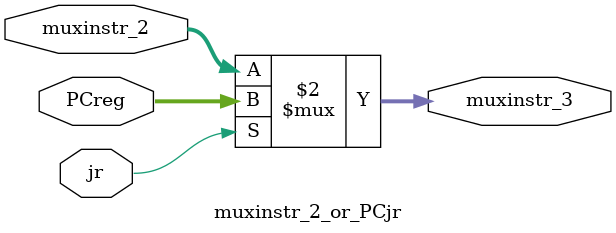
<source format=v>
`timescale 1ns / 1ps

module PCplus_or_PCbranch (
    input[31:0] PCbranch,
    input[31:0] PCplus,
    input beq,
    output reg[31:0] muxinstr_1
);
    always @(*) begin
        muxinstr_1 = beq ? PCbranch : PCplus;
    end
endmodule

module muxinstr_1_or_PCjmp(
    input[31:0] muxinstr_1,
    input[31:0] PCjmp,
    input jmp,//jmp, jal
    output reg[31:0] muxinstr_2
);
    always @(*) 
    begin
        muxinstr_2 = jmp ? PCjmp : muxinstr_1;
    end
endmodule

module muxinstr_2_or_PCjr(
    input[31:0] muxinstr_2,
    input[31:0] PCreg,
    input jr,//jalr, jr
    output reg[31:0] muxinstr_3
);

    always @(*) begin
        muxinstr_3 = jr ? PCreg : muxinstr_2;
    end
endmodule
</source>
